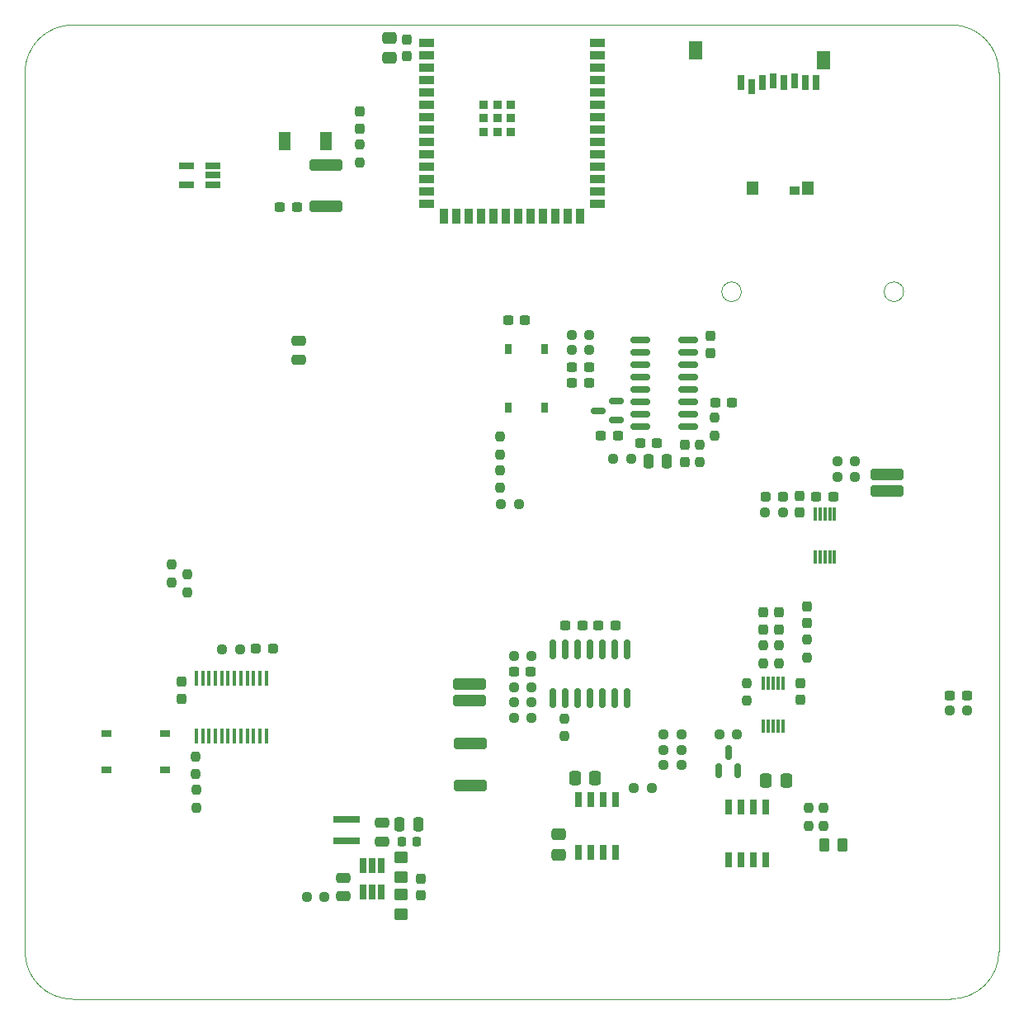
<source format=gbr>
%TF.GenerationSoftware,KiCad,Pcbnew,(6.0.9)*%
%TF.CreationDate,2023-01-14T14:27:17+02:00*%
%TF.ProjectId,ESP32_power_meter_MP3_player_WIFI_radio_V2,45535033-325f-4706-9f77-65725f6d6574,rev?*%
%TF.SameCoordinates,Original*%
%TF.FileFunction,Paste,Top*%
%TF.FilePolarity,Positive*%
%FSLAX46Y46*%
G04 Gerber Fmt 4.6, Leading zero omitted, Abs format (unit mm)*
G04 Created by KiCad (PCBNEW (6.0.9)) date 2023-01-14 14:27:17*
%MOMM*%
%LPD*%
G01*
G04 APERTURE LIST*
G04 Aperture macros list*
%AMRoundRect*
0 Rectangle with rounded corners*
0 $1 Rounding radius*
0 $2 $3 $4 $5 $6 $7 $8 $9 X,Y pos of 4 corners*
0 Add a 4 corners polygon primitive as box body*
4,1,4,$2,$3,$4,$5,$6,$7,$8,$9,$2,$3,0*
0 Add four circle primitives for the rounded corners*
1,1,$1+$1,$2,$3*
1,1,$1+$1,$4,$5*
1,1,$1+$1,$6,$7*
1,1,$1+$1,$8,$9*
0 Add four rect primitives between the rounded corners*
20,1,$1+$1,$2,$3,$4,$5,0*
20,1,$1+$1,$4,$5,$6,$7,0*
20,1,$1+$1,$6,$7,$8,$9,0*
20,1,$1+$1,$8,$9,$2,$3,0*%
G04 Aperture macros list end*
%TA.AperFunction,Profile*%
%ADD10C,0.100000*%
%TD*%
%TA.AperFunction,Profile*%
%ADD11C,0.120000*%
%TD*%
%ADD12RoundRect,0.237500X-0.250000X-0.237500X0.250000X-0.237500X0.250000X0.237500X-0.250000X0.237500X0*%
%ADD13RoundRect,0.150000X-0.150000X0.825000X-0.150000X-0.825000X0.150000X-0.825000X0.150000X0.825000X0*%
%ADD14RoundRect,0.250000X-0.450000X0.350000X-0.450000X-0.350000X0.450000X-0.350000X0.450000X0.350000X0*%
%ADD15RoundRect,0.237500X-0.300000X-0.237500X0.300000X-0.237500X0.300000X0.237500X-0.300000X0.237500X0*%
%ADD16RoundRect,0.237500X-0.237500X0.300000X-0.237500X-0.300000X0.237500X-0.300000X0.237500X0.300000X0*%
%ADD17RoundRect,0.250000X0.475000X-0.337500X0.475000X0.337500X-0.475000X0.337500X-0.475000X-0.337500X0*%
%ADD18RoundRect,0.237500X0.287500X0.237500X-0.287500X0.237500X-0.287500X-0.237500X0.287500X-0.237500X0*%
%ADD19R,1.200000X1.850000*%
%ADD20RoundRect,0.237500X0.237500X-0.250000X0.237500X0.250000X-0.237500X0.250000X-0.237500X-0.250000X0*%
%ADD21RoundRect,0.150000X0.150000X-0.587500X0.150000X0.587500X-0.150000X0.587500X-0.150000X-0.587500X0*%
%ADD22RoundRect,0.237500X-0.237500X0.287500X-0.237500X-0.287500X0.237500X-0.287500X0.237500X0.287500X0*%
%ADD23RoundRect,0.150000X0.587500X0.150000X-0.587500X0.150000X-0.587500X-0.150000X0.587500X-0.150000X0*%
%ADD24R,0.650000X1.560000*%
%ADD25R,1.500000X0.900000*%
%ADD26R,0.900000X1.500000*%
%ADD27R,0.900000X0.900000*%
%ADD28RoundRect,0.237500X0.237500X-0.300000X0.237500X0.300000X-0.237500X0.300000X-0.237500X-0.300000X0*%
%ADD29RoundRect,0.250000X-1.450000X0.312500X-1.450000X-0.312500X1.450000X-0.312500X1.450000X0.312500X0*%
%ADD30RoundRect,0.250000X0.262500X0.450000X-0.262500X0.450000X-0.262500X-0.450000X0.262500X-0.450000X0*%
%ADD31R,0.700000X1.000000*%
%ADD32R,1.300000X1.400000*%
%ADD33R,1.000000X0.950000*%
%ADD34R,1.400000X1.900000*%
%ADD35R,0.800000X1.500000*%
%ADD36R,0.300000X1.400000*%
%ADD37RoundRect,0.237500X-0.237500X0.250000X-0.237500X-0.250000X0.237500X-0.250000X0.237500X0.250000X0*%
%ADD38R,0.650000X1.500000*%
%ADD39R,0.450000X1.500000*%
%ADD40RoundRect,0.237500X0.250000X0.237500X-0.250000X0.237500X-0.250000X-0.237500X0.250000X-0.237500X0*%
%ADD41RoundRect,0.225000X-0.225000X-0.250000X0.225000X-0.250000X0.225000X0.250000X-0.225000X0.250000X0*%
%ADD42RoundRect,0.250000X-0.337500X-0.475000X0.337500X-0.475000X0.337500X0.475000X-0.337500X0.475000X0*%
%ADD43R,1.000000X0.700000*%
%ADD44RoundRect,0.250000X-1.450000X0.337500X-1.450000X-0.337500X1.450000X-0.337500X1.450000X0.337500X0*%
%ADD45RoundRect,0.237500X0.300000X0.237500X-0.300000X0.237500X-0.300000X-0.237500X0.300000X-0.237500X0*%
%ADD46R,2.700000X0.800000*%
%ADD47RoundRect,0.250000X-0.475000X0.250000X-0.475000X-0.250000X0.475000X-0.250000X0.475000X0.250000X0*%
%ADD48RoundRect,0.250000X0.475000X-0.250000X0.475000X0.250000X-0.475000X0.250000X-0.475000X-0.250000X0*%
%ADD49RoundRect,0.237500X0.237500X-0.287500X0.237500X0.287500X-0.237500X0.287500X-0.237500X-0.287500X0*%
%ADD50RoundRect,0.150000X0.825000X0.150000X-0.825000X0.150000X-0.825000X-0.150000X0.825000X-0.150000X0*%
%ADD51RoundRect,0.250000X-0.250000X-0.475000X0.250000X-0.475000X0.250000X0.475000X-0.250000X0.475000X0*%
%ADD52R,1.560000X0.650000*%
G04 APERTURE END LIST*
D10*
X149961600Y-145105552D02*
X149961600Y-54944997D01*
X54944997Y-50017244D02*
G75*
G03*
X50016884Y-54944848I-257J-4927856D01*
G01*
X149961593Y-54944997D02*
G75*
G03*
X145105552Y-50016884I-4856293J71297D01*
G01*
X145034000Y-149961584D02*
G75*
G03*
X149961600Y-145105552I70800J4856284D01*
G01*
X50038000Y-145054603D02*
X50016884Y-54944848D01*
X50038007Y-145054603D02*
G75*
G03*
X54894048Y-149982716I4856293J-71297D01*
G01*
X145034000Y-149961600D02*
X54894048Y-149982716D01*
X54944997Y-50017243D02*
X145105552Y-50016884D01*
D11*
%TO.C,J5*%
X140182000Y-77400000D02*
G75*
G03*
X140182000Y-77400000I-1000000J0D01*
G01*
X123530000Y-77400000D02*
G75*
G03*
X123530000Y-77400000I-1000000J0D01*
G01*
%TD*%
D12*
%TO.C,FB2*%
X78937500Y-139462500D03*
X80762500Y-139462500D03*
%TD*%
D13*
%TO.C,U6*%
X111810000Y-114125000D03*
X110540000Y-114125000D03*
X109270000Y-114125000D03*
X108000000Y-114125000D03*
X106730000Y-114125000D03*
X105460000Y-114125000D03*
X104190000Y-114125000D03*
X104190000Y-119075000D03*
X105460000Y-119075000D03*
X106730000Y-119075000D03*
X108000000Y-119075000D03*
X109270000Y-119075000D03*
X110540000Y-119075000D03*
X111810000Y-119075000D03*
%TD*%
D14*
%TO.C,RR1*%
X88650000Y-135462500D03*
X88650000Y-137462500D03*
%TD*%
D15*
%TO.C,C15*%
X144937500Y-118800000D03*
X146662500Y-118800000D03*
%TD*%
D16*
%TO.C,C13*%
X117700000Y-93137500D03*
X117700000Y-94862500D03*
%TD*%
D12*
%TO.C,R19*%
X106100000Y-81800000D03*
X107925000Y-81800000D03*
%TD*%
%TO.C,R35*%
X115537500Y-125960000D03*
X117362500Y-125960000D03*
%TD*%
D17*
%TO.C,C23*%
X104800000Y-135137500D03*
X104800000Y-133062500D03*
%TD*%
D18*
%TO.C,D3*%
X75475000Y-114000000D03*
X73725000Y-114000000D03*
%TD*%
D19*
%TO.C,FB1*%
X76650000Y-61950000D03*
X80950000Y-61950000D03*
%TD*%
D20*
%TO.C,R24*%
X119300000Y-94912500D03*
X119300000Y-93087500D03*
%TD*%
D21*
%TO.C,U8*%
X121250000Y-126537500D03*
X123150000Y-126537500D03*
X122200000Y-124662500D03*
%TD*%
D22*
%TO.C,D1*%
X130300000Y-109675000D03*
X130300000Y-111425000D03*
%TD*%
D23*
%TO.C,U1*%
X110737500Y-90550000D03*
X110737500Y-88650000D03*
X108862500Y-89600000D03*
%TD*%
D24*
%TO.C,U9*%
X86600000Y-136312500D03*
X85650000Y-136312500D03*
X84700000Y-136312500D03*
X84700000Y-139012500D03*
X85650000Y-139012500D03*
X86600000Y-139012500D03*
%TD*%
D16*
%TO.C,C27*%
X90650000Y-137600000D03*
X90650000Y-139325000D03*
%TD*%
D25*
%TO.C,U4*%
X91250000Y-51860000D03*
X91250000Y-53130000D03*
X91250000Y-54400000D03*
X91250000Y-55670000D03*
X91250000Y-56940000D03*
X91250000Y-58210000D03*
X91250000Y-59480000D03*
X91250000Y-60750000D03*
X91250000Y-62020000D03*
X91250000Y-63290000D03*
X91250000Y-64560000D03*
X91250000Y-65830000D03*
X91250000Y-67100000D03*
X91250000Y-68370000D03*
D26*
X93015000Y-69620000D03*
X94285000Y-69620000D03*
X95555000Y-69620000D03*
X96825000Y-69620000D03*
X98095000Y-69620000D03*
X99365000Y-69620000D03*
X100635000Y-69620000D03*
X101905000Y-69620000D03*
X103175000Y-69620000D03*
X104445000Y-69620000D03*
X105715000Y-69620000D03*
X106985000Y-69620000D03*
D25*
X108750000Y-68370000D03*
X108750000Y-67100000D03*
X108750000Y-65830000D03*
X108750000Y-64560000D03*
X108750000Y-63290000D03*
X108750000Y-62020000D03*
X108750000Y-60750000D03*
X108750000Y-59480000D03*
X108750000Y-58210000D03*
X108750000Y-56940000D03*
X108750000Y-55670000D03*
X108750000Y-54400000D03*
X108750000Y-53130000D03*
X108750000Y-51860000D03*
D27*
X97100000Y-58180000D03*
X97100000Y-60980000D03*
X98500000Y-60980000D03*
X98500000Y-58180000D03*
X97100000Y-59580000D03*
X99900000Y-60980000D03*
X98500000Y-59580000D03*
X99900000Y-59580000D03*
X99900000Y-58180000D03*
%TD*%
D28*
%TO.C,C8*%
X66100000Y-119162500D03*
X66100000Y-117437500D03*
%TD*%
D29*
%TO.C,F1*%
X80950000Y-64362500D03*
X80950000Y-68637500D03*
%TD*%
D28*
%TO.C,C17*%
X129500000Y-100062500D03*
X129500000Y-98337500D03*
%TD*%
D30*
%TO.C,R29*%
X133912500Y-134200000D03*
X132087500Y-134200000D03*
%TD*%
D28*
%TO.C,C6*%
X89200000Y-53232500D03*
X89200000Y-51507500D03*
%TD*%
D31*
%TO.C,SW2*%
X103350000Y-89300000D03*
X103350000Y-83300000D03*
X99650000Y-89300000D03*
X99650000Y-83300000D03*
%TD*%
D32*
%TO.C,J2*%
X130375000Y-66799000D03*
D33*
X128985000Y-67025000D03*
D32*
X124675000Y-66799000D03*
D34*
X131975000Y-53650000D03*
X118825000Y-52650000D03*
D35*
X123485000Y-55939000D03*
X124585000Y-56339000D03*
X125685000Y-55939000D03*
X126785000Y-55739000D03*
X127885000Y-55939000D03*
X128985000Y-55739000D03*
X130085000Y-55939000D03*
X131185000Y-55939000D03*
%TD*%
D20*
%TO.C,R13*%
X67600000Y-130312500D03*
X67600000Y-128487500D03*
%TD*%
D36*
%TO.C,IC2*%
X131100000Y-104600000D03*
X131600000Y-104600000D03*
X132100000Y-104600000D03*
X132600000Y-104600000D03*
X133100000Y-104600000D03*
X133100000Y-100200000D03*
X132600000Y-100200000D03*
X132100000Y-100200000D03*
X131600000Y-100200000D03*
X131100000Y-100200000D03*
%TD*%
D37*
%TO.C,R23*%
X132000000Y-130375000D03*
X132000000Y-132200000D03*
%TD*%
%TO.C,R40*%
X124050000Y-117537500D03*
X124050000Y-119362500D03*
%TD*%
D15*
%TO.C,C3*%
X109137500Y-92200000D03*
X110862500Y-92200000D03*
%TD*%
D12*
%TO.C,R37*%
X115537500Y-124400000D03*
X117362500Y-124400000D03*
%TD*%
D38*
%TO.C,Q2*%
X126005000Y-130300000D03*
X124735000Y-130300000D03*
X123465000Y-130300000D03*
X122195000Y-130300000D03*
X122195000Y-135700000D03*
X123465000Y-135700000D03*
X124735000Y-135700000D03*
X126005000Y-135700000D03*
%TD*%
D12*
%TO.C,R44*%
X112487500Y-128350000D03*
X114312500Y-128350000D03*
%TD*%
D18*
%TO.C,D2*%
X127775000Y-98400000D03*
X126025000Y-98400000D03*
%TD*%
D20*
%TO.C,R27*%
X120800000Y-92162500D03*
X120800000Y-90337500D03*
%TD*%
D15*
%TO.C,C11*%
X106150000Y-86750000D03*
X107875000Y-86750000D03*
%TD*%
D37*
%TO.C,R12*%
X84400000Y-62300000D03*
X84400000Y-64125000D03*
%TD*%
D39*
%TO.C,IC1*%
X67625000Y-122950000D03*
X68275000Y-122950000D03*
X68925000Y-122950000D03*
X69575000Y-122950000D03*
X70225000Y-122950000D03*
X70875000Y-122950000D03*
X71525000Y-122950000D03*
X72175000Y-122950000D03*
X72825000Y-122950000D03*
X73475000Y-122950000D03*
X74125000Y-122950000D03*
X74775000Y-122950000D03*
X74775000Y-117050000D03*
X74125000Y-117050000D03*
X73475000Y-117050000D03*
X72825000Y-117050000D03*
X72175000Y-117050000D03*
X71525000Y-117050000D03*
X70875000Y-117050000D03*
X70225000Y-117050000D03*
X69575000Y-117050000D03*
X68925000Y-117050000D03*
X68275000Y-117050000D03*
X67625000Y-117050000D03*
%TD*%
D20*
%TO.C,R18*%
X66700000Y-108212500D03*
X66700000Y-106387500D03*
%TD*%
D40*
%TO.C,R30*%
X146712500Y-120400000D03*
X144887500Y-120400000D03*
%TD*%
D41*
%TO.C,C30*%
X88675000Y-133862500D03*
X90225000Y-133862500D03*
%TD*%
D42*
%TO.C,C22*%
X106462500Y-127300000D03*
X108537500Y-127300000D03*
%TD*%
D20*
%TO.C,R22*%
X130400000Y-132200000D03*
X130400000Y-130375000D03*
%TD*%
D43*
%TO.C,SW1*%
X58400000Y-122750000D03*
X64400000Y-122750000D03*
X58400000Y-126450000D03*
X64400000Y-126450000D03*
%TD*%
D15*
%TO.C,C20*%
X105475000Y-111600000D03*
X107200000Y-111600000D03*
%TD*%
D12*
%TO.C,R26*%
X133387500Y-96400000D03*
X135212500Y-96400000D03*
%TD*%
D44*
%TO.C,R42*%
X95600000Y-117662500D03*
X95600000Y-119337500D03*
%TD*%
D45*
%TO.C,C2*%
X114862500Y-92950000D03*
X113137500Y-92950000D03*
%TD*%
D37*
%TO.C,R16*%
X98800000Y-95687500D03*
X98800000Y-97512500D03*
%TD*%
D40*
%TO.C,R25*%
X135212500Y-94800000D03*
X133387500Y-94800000D03*
%TD*%
D37*
%TO.C,R17*%
X98800000Y-92287500D03*
X98800000Y-94112500D03*
%TD*%
D22*
%TO.C,D4*%
X84400000Y-58887500D03*
X84400000Y-60637500D03*
%TD*%
D37*
%TO.C,R14*%
X67500000Y-125087500D03*
X67500000Y-126912500D03*
%TD*%
D46*
%TO.C,L1*%
X83050000Y-133762500D03*
X83050000Y-131562500D03*
%TD*%
D45*
%TO.C,C10*%
X101312500Y-80300000D03*
X99587500Y-80300000D03*
%TD*%
D47*
%TO.C,C28*%
X86650000Y-131912500D03*
X86650000Y-133812500D03*
%TD*%
D48*
%TO.C,C26*%
X82650000Y-139412500D03*
X82650000Y-137512500D03*
%TD*%
D15*
%TO.C,C19*%
X108875000Y-111600000D03*
X110600000Y-111600000D03*
%TD*%
D12*
%TO.C,R32*%
X100175000Y-119550000D03*
X102000000Y-119550000D03*
%TD*%
D16*
%TO.C,C24*%
X129600000Y-117537500D03*
X129600000Y-119262500D03*
%TD*%
D15*
%TO.C,C14*%
X120837500Y-88750000D03*
X122562500Y-88750000D03*
%TD*%
D49*
%TO.C,D5*%
X127400000Y-112075000D03*
X127400000Y-110325000D03*
%TD*%
D37*
%TO.C,R9*%
X130300000Y-113107500D03*
X130300000Y-114932500D03*
%TD*%
D12*
%TO.C,R33*%
X100175000Y-117950000D03*
X102000000Y-117950000D03*
%TD*%
D40*
%TO.C,R43*%
X123112500Y-122800000D03*
X121287500Y-122800000D03*
%TD*%
%TO.C,R38*%
X117362500Y-122850000D03*
X115537500Y-122850000D03*
%TD*%
D42*
%TO.C,C25*%
X126062500Y-127600000D03*
X128137500Y-127600000D03*
%TD*%
D12*
%TO.C,R10*%
X125982500Y-100030000D03*
X127807500Y-100030000D03*
%TD*%
D20*
%TO.C,R21*%
X65100000Y-107212500D03*
X65100000Y-105387500D03*
%TD*%
D15*
%TO.C,C12*%
X106150000Y-85100000D03*
X107875000Y-85100000D03*
%TD*%
D20*
%TO.C,R36*%
X105400000Y-123012500D03*
X105400000Y-121187500D03*
%TD*%
D14*
%TO.C,RR2*%
X88650000Y-139262500D03*
X88650000Y-141262500D03*
%TD*%
D45*
%TO.C,C18*%
X101937500Y-116350000D03*
X100212500Y-116350000D03*
%TD*%
D48*
%TO.C,C4*%
X78100000Y-84350000D03*
X78100000Y-82450000D03*
%TD*%
D37*
%TO.C,R41*%
X125800000Y-113687500D03*
X125800000Y-115512500D03*
%TD*%
D12*
%TO.C,R31*%
X100175000Y-121150000D03*
X102000000Y-121150000D03*
%TD*%
D45*
%TO.C,C9*%
X77912500Y-68750000D03*
X76187500Y-68750000D03*
%TD*%
D36*
%TO.C,IC4*%
X127800000Y-117600000D03*
X127300000Y-117600000D03*
X126800000Y-117600000D03*
X126300000Y-117600000D03*
X125800000Y-117600000D03*
X125800000Y-122000000D03*
X126300000Y-122000000D03*
X126800000Y-122000000D03*
X127300000Y-122000000D03*
X127800000Y-122000000D03*
%TD*%
D50*
%TO.C,U2*%
X118075000Y-91245000D03*
X118075000Y-89975000D03*
X118075000Y-88705000D03*
X118075000Y-87435000D03*
X118075000Y-86165000D03*
X118075000Y-84895000D03*
X118075000Y-83625000D03*
X118075000Y-82355000D03*
X113125000Y-82355000D03*
X113125000Y-83625000D03*
X113125000Y-84895000D03*
X113125000Y-86165000D03*
X113125000Y-87435000D03*
X113125000Y-88705000D03*
X113125000Y-89975000D03*
X113125000Y-91245000D03*
%TD*%
D51*
%TO.C,C29*%
X88450000Y-132062500D03*
X90350000Y-132062500D03*
%TD*%
D40*
%TO.C,R11*%
X72092500Y-114060000D03*
X70267500Y-114060000D03*
%TD*%
%TO.C,R1*%
X112212500Y-94550000D03*
X110387500Y-94550000D03*
%TD*%
D29*
%TO.C,F2*%
X95700000Y-123762500D03*
X95700000Y-128037500D03*
%TD*%
D44*
%TO.C,R28*%
X138500000Y-96125000D03*
X138500000Y-97800000D03*
%TD*%
D40*
%TO.C,R20*%
X107925000Y-83400000D03*
X106100000Y-83400000D03*
%TD*%
D51*
%TO.C,C1*%
X114000000Y-94800000D03*
X115900000Y-94800000D03*
%TD*%
D12*
%TO.C,R34*%
X100187500Y-114750000D03*
X102012500Y-114750000D03*
%TD*%
D17*
%TO.C,C5*%
X87400000Y-53407500D03*
X87400000Y-51332500D03*
%TD*%
D40*
%TO.C,R15*%
X100712500Y-99200000D03*
X98887500Y-99200000D03*
%TD*%
D52*
%TO.C,U5*%
X69300000Y-66400000D03*
X69300000Y-65450000D03*
X69300000Y-64500000D03*
X66600000Y-64500000D03*
X66600000Y-66400000D03*
%TD*%
D49*
%TO.C,D6*%
X125800000Y-112075000D03*
X125800000Y-110325000D03*
%TD*%
D38*
%TO.C,IC3*%
X106795000Y-134900000D03*
X108065000Y-134900000D03*
X109335000Y-134900000D03*
X110605000Y-134900000D03*
X110605000Y-129500000D03*
X109335000Y-129500000D03*
X108065000Y-129500000D03*
X106795000Y-129500000D03*
%TD*%
D28*
%TO.C,C21*%
X120350000Y-83662500D03*
X120350000Y-81937500D03*
%TD*%
D37*
%TO.C,R39*%
X127400000Y-113687500D03*
X127400000Y-115512500D03*
%TD*%
D15*
%TO.C,C16*%
X131237500Y-98400000D03*
X132962500Y-98400000D03*
%TD*%
M02*

</source>
